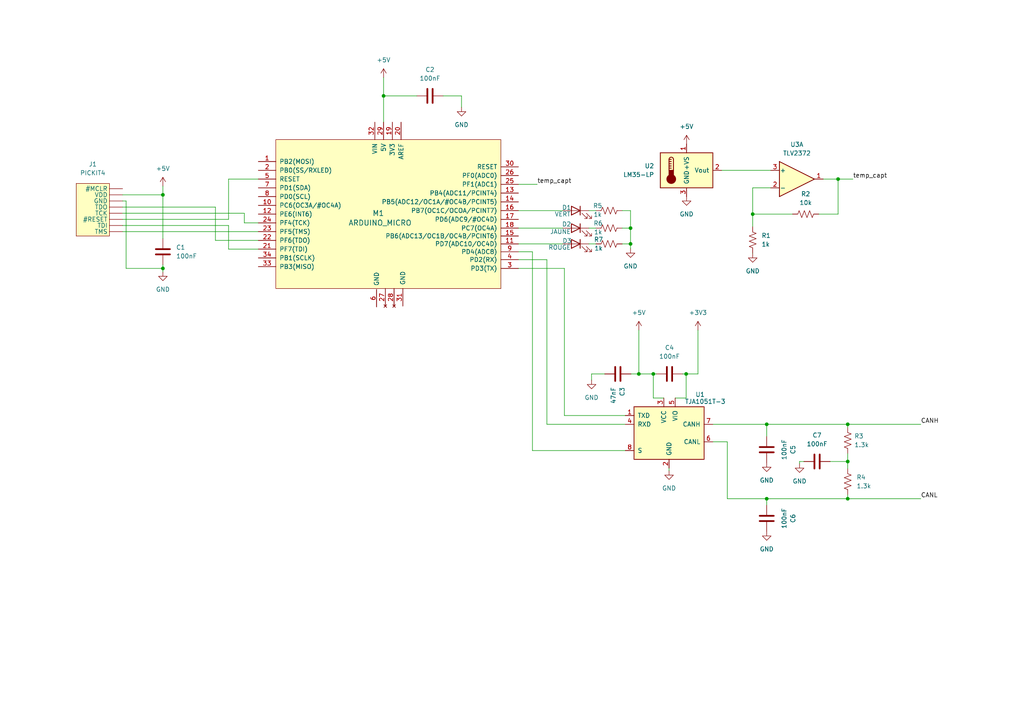
<source format=kicad_sch>
(kicad_sch (version 20211123) (generator eeschema)
  (paper "A4")
  (title_block (title "Capt_temp") (date "2022-02-21") (rev "V1") (company "Motrik") (comment 1 "Shema du capteur de temperature"))
  (lib_symbols
    (symbol "Amplifier_Operational:TLV2372" (pin_names (offset 0.127))
      (property "Reference" "U" (at 0 5.08 0))
      (property "Value" "TLV2372" (at 0 -5.08 0))
      (symbol "TLV2372_1_1"
        (polyline (pts (xy -5.08 5.08) (xy 5.08 0) (xy -5.08 -5.08) (xy -5.08 5.08)) (stroke (width 0.254)) (fill (type background)))
        (pin output line (at 7.62 0 180) (length 2.54) (name "~") (number "1"))
        (pin input line (at -7.62 -2.54 0) (length 2.54) (name "-") (number "2"))
        (pin input line (at -7.62 2.54 0) (length 2.54) (name "+") (number "3"))
      )
      (symbol "TLV2372_2_1"
        (polyline (pts (xy -5.08 5.08) (xy 5.08 0) (xy -5.08 -5.08) (xy -5.08 5.08)) (stroke (width 0.254)) (fill (type background)))
        (pin input line (at -7.62 2.54 0) (length 2.54) (name "+") (number "5"))
        (pin input line (at -7.62 -2.54 0) (length 2.54) (name "-") (number "6"))
        (pin output line (at 7.62 0 180) (length 2.54) (name "~") (number "7"))
      )
      (symbol "TLV2372_3_1"
        (pin power_in line (at -2.54 -7.62 90) (length 3.81) (name "V-") (number "4"))
        (pin power_in line (at -2.54 7.62 270) (length 3.81) (name "V+") (number "8"))
      )
    )
    (symbol "Device:C" (pin_numbers hide) (pin_names (offset 0.254))
      (property "Reference" "C" (at 0.635 2.54 0))
      (property "Value" "C" (at 0.635 -2.54 0))
      (symbol "C_0_1"
        (polyline (pts (xy -2.032 -0.762) (xy 2.032 -0.762)) (stroke (width 0.508)))
        (polyline (pts (xy -2.032 0.762) (xy 2.032 0.762)) (stroke (width 0.508)))
      )
      (symbol "C_1_1"
        (pin passive line (at 0 3.81 270) (length 2.794) (name "~") (number "1"))
        (pin passive line (at 0 -3.81 90) (length 2.794) (name "~") (number "2"))
      )
    )
    (symbol "Device:LED" (pin_numbers hide) (pin_names (offset 1.016) hide)
      (property "Reference" "D" (at 0 2.54 0))
      (property "Value" "LED" (at 0 -2.54 0))
      (symbol "LED_0_1"
        (polyline (pts (xy -1.27 -1.27) (xy -1.27 1.27)) (stroke (width 0.254)))
        (polyline (pts (xy -1.27 0) (xy 1.27 0)))
        (polyline (pts (xy 1.27 -1.27) (xy 1.27 1.27) (xy -1.27 0) (xy 1.27 -1.27)) (stroke (width 0.254)))
        (polyline (pts (xy -3.048 -0.762) (xy -4.572 -2.286) (xy -3.81 -2.286) (xy -4.572 -2.286) (xy -4.572 -1.524)))
        (polyline (pts (xy -1.778 -0.762) (xy -3.302 -2.286) (xy -2.54 -2.286) (xy -3.302 -2.286) (xy -3.302 -1.524)))
      )
      (symbol "LED_1_1"
        (pin passive line (at -3.81 0 0) (length 2.54) (name "K") (number "1"))
        (pin passive line (at 3.81 0 180) (length 2.54) (name "A") (number "2"))
      )
    )
    (symbol "Device:R_US" (pin_numbers hide) (pin_names (offset 0))
      (property "Reference" "R" (at 2.54 0 90))
      (property "Value" "R_US" (at -2.54 0 90))
      (symbol "R_US_0_1"
        (polyline (pts (xy 0 -2.286) (xy 0 -2.54)))
        (polyline (pts (xy 0 2.286) (xy 0 2.54)))
        (polyline (pts (xy 0 -0.762) (xy 1.016 -1.143) (xy 0 -1.524) (xy -1.016 -1.905) (xy 0 -2.286)))
        (polyline (pts (xy 0 0.762) (xy 1.016 0.381) (xy 0 0) (xy -1.016 -0.381) (xy 0 -0.762)))
        (polyline (pts (xy 0 2.286) (xy 1.016 1.905) (xy 0 1.524) (xy -1.016 1.143) (xy 0 0.762)))
      )
      (symbol "R_US_1_1"
        (pin passive line (at 0 3.81 270) (length 1.27) (name "~") (number "1"))
        (pin passive line (at 0 -3.81 90) (length 1.27) (name "~") (number "2"))
      )
    )
    (symbol "Interface_CAN_LIN:TJA1051T-3" (pin_names (offset 1.016))
      (property "Reference" "U1" (at 7.62 11.176 0))
      (property "Value" "TJA1051T-3" (at 4.572 9.144 0))
      (symbol "TJA1051T-3_0_1"
        (rectangle (start -10.16 7.62) (end 10.16 -7.62) (stroke (width 0.254)) (fill (type background)))
      )
      (symbol "TJA1051T-3_1_1"
        (pin input line (at -12.7 5.08 0) (length 2.54) (name "TXD") (number "1"))
        (pin power_in line (at 0 -10.16 90) (length 2.54) (name "GND") (number "2"))
        (pin power_in line (at -1.524 10.16 270) (length 2.54) (name "VCC") (number "3"))
        (pin output line (at -12.7 2.54 0) (length 2.54) (name "RXD") (number "4"))
        (pin power_in line (at 1.778 10.16 270) (length 2.54) (name "VIO") (number "5"))
        (pin bidirectional line (at 12.7 -2.54 180) (length 2.54) (name "CANL") (number "6"))
        (pin bidirectional line (at 12.7 2.54 180) (length 2.54) (name "CANH") (number "7"))
        (pin input line (at -12.7 -5.08 0) (length 2.54) (name "S") (number "8"))
      )
    )
    (symbol "Sensor_Temperature:LM35-LP" (pin_names (offset 1.016))
      (property "Reference" "U" (at -6.35 6.35 0))
      (property "Value" "LM35-LP" (at 1.27 6.35 0))
      (symbol "LM35-LP_0_1"
        (rectangle (start -7.62 5.08) (end 7.62 -5.08) (stroke (width 0.254)) (fill (type background)))
        (circle (center -4.445 -2.54) (radius 1.27) (stroke (width 0.254)) (fill (type outline)))
        (rectangle (start -3.81 -1.905) (end -5.08 0) (stroke (width 0.254)) (fill (type outline)))
        (arc (start -3.81 3.175) (mid -4.445 3.81) (end -5.08 3.175) (stroke (width 0.254)))
        (polyline (pts (xy -5.08 0.635) (xy -4.445 0.635)) (stroke (width 0.254)))
        (polyline (pts (xy -5.08 1.27) (xy -4.445 1.27)) (stroke (width 0.254)))
        (polyline (pts (xy -5.08 1.905) (xy -4.445 1.905)) (stroke (width 0.254)))
        (polyline (pts (xy -5.08 2.54) (xy -4.445 2.54)) (stroke (width 0.254)))
        (polyline (pts (xy -5.08 3.175) (xy -5.08 0)) (stroke (width 0.254)))
        (polyline (pts (xy -5.08 3.175) (xy -4.445 3.175)) (stroke (width 0.254)))
        (polyline (pts (xy -3.81 3.175) (xy -3.81 0)) (stroke (width 0.254)))
      )
      (symbol "LM35-LP_1_1"
        (pin power_in line (at 0 7.62 270) (length 2.54) (name "+VS") (number "1"))
        (pin output line (at 10.16 0 180) (length 2.54) (name "Vout") (number "2"))
        (pin power_in line (at 0 -7.62 90) (length 2.54) (name "GND") (number "3"))
      )
    )
    (symbol "arduino_micro:ARDUINO_MICRO" (pin_names (offset 1.016))
      (property "Reference" "M?" (at 22.098 19.304 0))
      (property "Value" "ARDUINO_MICRO" (at 22.606 16.51 0))
      (symbol "ARDUINO_MICRO_0_1"
        (rectangle (start -7.62 40.64) (end 57.658 -2.54) (fill (type background)))
      )
      (symbol "ARDUINO_MICRO_1_1"
        (pin bidirectional line (at -12.7 34.29 0) (length 5.08) (name "PB2(MOSI)") (number "1"))
        (pin bidirectional line (at -12.7 21.59 0) (length 5.08) (name "PC6(OC3A/#OC4A)") (number "10"))
        (pin bidirectional line (at 62.738 10.414 180) (length 5.08) (name "PD7(ADC10/OC4D)") (number "11"))
        (pin bidirectional line (at -12.7 19.05 0) (length 5.08) (name "PE6(INT6)") (number "12"))
        (pin bidirectional line (at 62.738 25.146 180) (length 5.08) (name "PB4(ADC11/PCINT4)") (number "13"))
        (pin bidirectional line (at 62.738 22.606 180) (length 5.08) (name "PB5(ADC12/OC1A/#OC4B/PCINT5)") (number "14"))
        (pin bidirectional line (at 62.738 12.7 180) (length 5.08) (name "PB6(ADC13/OC1B/OC4B/PCINT6)") (number "15"))
        (pin bidirectional line (at 62.738 20.066 180) (length 5.08) (name "PB7(OC1C/OCOA/PCINT7)") (number "16"))
        (pin bidirectional line (at 62.738 17.526 180) (length 5.08) (name "PD6(ADC9/#OC4D)") (number "17"))
        (pin bidirectional line (at 62.738 14.986 180) (length 5.08) (name "PC7(OC4A)") (number "18"))
        (pin power_in line (at 26.162 45.72 270) (length 5.08) (name "3V3") (number "19"))
        (pin bidirectional line (at -12.7 31.75 0) (length 5.08) (name "PB0(SS/RXLED)") (number "2"))
        (pin power_in line (at 28.702 45.72 270) (length 5.08) (name "AREF") (number "20"))
        (pin bidirectional line (at -12.7 8.89 0) (length 5.08) (name "PF7(TDI)") (number "21"))
        (pin bidirectional line (at -12.7 11.43 0) (length 5.08) (name "PF6(TDO)") (number "22"))
        (pin bidirectional line (at -12.7 13.97 0) (length 5.08) (name "PF5(TMS)") (number "23"))
        (pin bidirectional line (at -12.7 16.51 0) (length 5.08) (name "PF4(TCK)") (number "24"))
        (pin bidirectional line (at 62.738 27.686 180) (length 5.08) (name "PF1(ADC1)") (number "25"))
        (pin bidirectional line (at 62.738 30.226 180) (length 5.08) (name "PF0(ADC0)") (number "26"))
        (pin no_connect line (at 24.13 -7.62 90) (length 5.08) (name "~") (number "27"))
        (pin no_connect line (at 26.67 -7.62 90) (length 5.08) (name "~") (number "28"))
        (pin power_in line (at 23.622 45.72 270) (length 5.08) (name "5V") (number "29"))
        (pin bidirectional line (at 62.738 3.302 180) (length 5.08) (name "PD3(TX)") (number "3"))
        (pin bidirectional line (at 62.738 32.766 180) (length 5.08) (name "RESET") (number "30"))
        (pin power_in line (at 29.21 -7.62 90) (length 5.08) (name "GND") (number "31"))
        (pin power_in line (at 21.082 45.72 270) (length 5.08) (name "VIN") (number "32"))
        (pin bidirectional line (at -12.7 3.81 0) (length 5.08) (name "PB3(MISO)") (number "33"))
        (pin bidirectional line (at -12.7 6.35 0) (length 5.08) (name "PB1(SCLK)") (number "34"))
        (pin bidirectional line (at 62.738 5.842 180) (length 5.08) (name "PD2(RX)") (number "4"))
        (pin bidirectional line (at -12.7 29.21 0) (length 5.08) (name "RESET") (number "5"))
        (pin power_in line (at 21.59 -7.874 90) (length 5.08) (name "GND") (number "6"))
        (pin bidirectional line (at -12.7 26.67 0) (length 5.08) (name "PD1(SDA)") (number "7"))
        (pin bidirectional line (at -12.7 24.13 0) (length 5.08) (name "PD0(SCL)") (number "8"))
        (pin bidirectional line (at 62.738 8.128 180) (length 5.08) (name "PD4(ADC8)") (number "9"))
      )
    )
    (symbol "motrik-symbole:+3V" (power) (pin_names (offset 0))
      (property "Value" "+3V" (at 0 5.08 0))
      (symbol "+3V_0_1"
        (polyline (pts (xy -0.762 1.27) (xy 0 2.54)))
        (polyline (pts (xy 0 0) (xy 0 2.54)))
        (polyline (pts (xy 0 2.54) (xy 0.762 1.27)))
      )
      (symbol "+3V_1_1"
        (pin power_in line (at 0 0 90) (length 0) hide (name "+3V3") (number "1"))
      )
    )
    (symbol "motrik-symbole:PICKIT4"
      (property "Reference" "J?" (at 0 11.43 0))
      (property "Value" "PICKIT4" (at 0 8.89 0))
      (symbol "PICKIT4_0_1"
        (rectangle (start -4.826 5.842) (end 4.826 -9.398) (fill (type background)))
      )
      (symbol "PICKIT4_1_1"
        (pin bidirectional line (at 8.636 4.318 180) (length 3.81) (name "#MCLR") (number ""))
        (pin bidirectional line (at 8.636 -4.572 180) (length 3.81) (name "#RESET") (number ""))
        (pin bidirectional line (at 8.636 0.762 180) (length 3.81) (name "GND") (number ""))
        (pin bidirectional line (at 8.636 -2.794 180) (length 3.81) (name "TCK") (number ""))
        (pin bidirectional line (at 8.636 -6.35 180) (length 3.81) (name "TDI") (number ""))
        (pin bidirectional line (at 8.636 -1.016 180) (length 3.81) (name "TDO") (number ""))
        (pin bidirectional line (at 8.636 -8.128 180) (length 3.81) (name "TMS") (number ""))
        (pin bidirectional line (at 8.636 2.54 180) (length 3.81) (name "VDD") (number ""))
      )
    )
    (symbol "power:+5V" (power) (pin_names (offset 0))
      (property "Value" "+5V" (at 0 3.556 0))
      (symbol "+5V_0_1"
        (polyline (pts (xy -0.762 1.27) (xy 0 2.54)))
        (polyline (pts (xy 0 0) (xy 0 2.54)))
        (polyline (pts (xy 0 2.54) (xy 0.762 1.27)))
      )
      (symbol "+5V_1_1"
        (pin power_in line (at 0 0 90) (length 0) hide (name "+5V") (number "1"))
      )
    )
    (symbol "power:GND" (power) (pin_names (offset 0))
      (property "Value" "GND" (at 0 -3.81 0))
      (symbol "GND_0_1"
        (polyline (pts (xy 0 0) (xy 0 -1.27) (xy 1.27 -1.27) (xy 0 -2.54) (xy -1.27 -1.27) (xy 0 -1.27)))
      )
      (symbol "GND_1_1"
        (pin power_in line (at 0 0 270) (length 0) hide (name "GND") (number "1"))
      )
    )
  )
  (junction (at 111.252 27.813))
  (junction (at 199.009 108.458))
  (junction (at 245.872 123.063))
  (junction (at 218.313 62.103))
  (junction (at 243.078 51.943))
  (junction (at 245.872 133.858))
  (junction (at 182.88 66.167))
  (junction (at 47.244 77.851))
  (junction (at 47.244 56.515))
  (junction (at 182.88 70.739))
  (junction (at 222.377 123.063))
  (junction (at 189.484 108.458))
  (junction (at 222.377 144.653))
  (junction (at 245.872 144.653))
  (junction (at 185.293 108.458))
  (wire (pts (xy 35.56 58.293) (xy 36.576 58.293)))
  (wire (pts (xy 66.294 65.405) (xy 35.56 65.405)))
  (wire (pts (xy 181.356 120.523) (xy 163.703 120.523)))
  (wire (pts (xy 133.858 27.813) (xy 128.524 27.813)))
  (wire (pts (xy 245.872 123.952) (xy 245.872 123.063)))
  (wire (pts (xy 35.56 56.515) (xy 47.244 56.515)))
  (wire (pts (xy 206.756 128.143) (xy 210.947 128.143)))
  (wire (pts (xy 111.252 22.479) (xy 111.252 27.813)))
  (wire (pts (xy 74.93 51.943) (xy 66.294 51.943)))
  (wire (pts (xy 35.56 67.183) (xy 74.93 67.183)))
  (wire (pts (xy 150.368 61.087) (xy 163.195 61.087)))
  (wire (pts (xy 218.313 73.406) (xy 218.313 73.533)))
  (wire (pts (xy 133.858 31.115) (xy 133.858 27.813)))
  (wire (pts (xy 35.56 60.071) (xy 62.484 60.071)))
  (wire (pts (xy 199.009 115.443) (xy 199.009 108.458)))
  (wire (pts (xy 245.872 144.653) (xy 267.081 144.653)))
  (wire (pts (xy 243.078 62.103) (xy 243.078 51.943)))
  (wire (pts (xy 111.252 27.813) (xy 120.904 27.813)))
  (wire (pts (xy 233.172 133.858) (xy 231.902 133.858)))
  (wire (pts (xy 210.947 128.143) (xy 210.947 144.653)))
  (wire (pts (xy 231.902 133.858) (xy 231.902 134.493)))
  (wire (pts (xy 181.356 130.683) (xy 154.432 130.683)))
  (wire (pts (xy 163.703 120.523) (xy 163.703 77.851)))
  (wire (pts (xy 170.815 66.167) (xy 172.847 66.167)))
  (wire (pts (xy 199.009 108.458) (xy 197.993 108.458)))
  (wire (pts (xy 209.296 49.403) (xy 223.52 49.403)))
  (wire (pts (xy 47.244 77.851) (xy 47.244 78.867)))
  (wire (pts (xy 158.623 123.063) (xy 158.623 75.311)))
  (wire (pts (xy 70.866 64.643) (xy 74.93 64.643)))
  (wire (pts (xy 175.387 108.458) (xy 171.577 108.458)))
  (wire (pts (xy 194.056 135.763) (xy 194.056 136.525)))
  (wire (pts (xy 180.467 61.087) (xy 182.88 61.087)))
  (wire (pts (xy 70.866 61.849) (xy 70.866 64.643)))
  (wire (pts (xy 111.252 27.813) (xy 111.252 35.433)))
  (wire (pts (xy 47.244 76.835) (xy 47.244 77.851)))
  (wire (pts (xy 150.368 70.739) (xy 163.195 70.739)))
  (wire (pts (xy 218.313 62.103) (xy 229.87 62.103)))
  (wire (pts (xy 47.244 56.515) (xy 47.244 69.215)))
  (wire (pts (xy 170.815 61.087) (xy 172.847 61.087)))
  (wire (pts (xy 183.007 108.458) (xy 185.293 108.458)))
  (wire (pts (xy 47.244 53.975) (xy 47.244 56.515)))
  (wire (pts (xy 62.484 60.071) (xy 62.484 69.723)))
  (wire (pts (xy 245.872 133.858) (xy 245.872 135.89)))
  (wire (pts (xy 182.88 70.739) (xy 180.467 70.739)))
  (wire (pts (xy 245.872 143.51) (xy 245.872 144.653)))
  (wire (pts (xy 150.368 66.167) (xy 163.195 66.167)))
  (wire (pts (xy 210.947 144.653) (xy 222.377 144.653)))
  (wire (pts (xy 66.294 51.943) (xy 66.294 63.627)))
  (wire (pts (xy 158.623 75.311) (xy 150.368 75.311)))
  (wire (pts (xy 245.872 131.572) (xy 245.872 133.858)))
  (wire (pts (xy 35.56 61.849) (xy 70.866 61.849)))
  (wire (pts (xy 222.377 144.653) (xy 222.377 146.558)))
  (wire (pts (xy 154.432 130.683) (xy 154.432 73.025)))
  (wire (pts (xy 222.377 126.619) (xy 222.377 123.063)))
  (wire (pts (xy 171.577 108.458) (xy 171.577 110.236)))
  (wire (pts (xy 218.313 54.483) (xy 218.313 62.103)))
  (wire (pts (xy 154.432 73.025) (xy 150.368 73.025)))
  (wire (pts (xy 206.756 123.063) (xy 222.377 123.063)))
  (wire (pts (xy 185.293 95.758) (xy 185.293 108.458)))
  (wire (pts (xy 181.356 123.063) (xy 158.623 123.063)))
  (wire (pts (xy 62.484 69.723) (xy 74.93 69.723)))
  (wire (pts (xy 245.872 123.063) (xy 267.081 123.063)))
  (wire (pts (xy 163.703 77.851) (xy 150.368 77.851)))
  (wire (pts (xy 218.313 62.103) (xy 218.313 65.786)))
  (wire (pts (xy 189.484 108.458) (xy 190.373 108.458)))
  (wire (pts (xy 185.293 108.458) (xy 189.484 108.458)))
  (wire (pts (xy 36.576 58.293) (xy 36.576 77.851)))
  (wire (pts (xy 245.872 144.653) (xy 222.377 144.653)))
  (wire (pts (xy 245.872 123.063) (xy 222.377 123.063)))
  (wire (pts (xy 195.834 115.443) (xy 199.009 115.443)))
  (wire (pts (xy 170.815 70.739) (xy 172.847 70.739)))
  (wire (pts (xy 243.078 51.943) (xy 247.396 51.943)))
  (wire (pts (xy 240.792 133.858) (xy 245.872 133.858)))
  (wire (pts (xy 182.88 61.087) (xy 182.88 66.167)))
  (wire (pts (xy 36.576 77.851) (xy 47.244 77.851)))
  (wire (pts (xy 202.438 108.458) (xy 199.009 108.458)))
  (wire (pts (xy 237.49 62.103) (xy 243.078 62.103)))
  (wire (pts (xy 66.294 65.405) (xy 66.294 72.263)))
  (wire (pts (xy 155.829 53.467) (xy 150.368 53.467)))
  (wire (pts (xy 66.294 63.627) (xy 35.56 63.627)))
  (wire (pts (xy 182.88 66.167) (xy 182.88 70.739)))
  (wire (pts (xy 238.76 51.943) (xy 243.078 51.943)))
  (wire (pts (xy 223.52 54.483) (xy 218.313 54.483)))
  (wire (pts (xy 180.467 66.167) (xy 182.88 66.167)))
  (wire (pts (xy 202.438 95.758) (xy 202.438 108.458)))
  (wire (pts (xy 66.294 72.263) (xy 74.93 72.263)))
  (wire (pts (xy 192.532 115.443) (xy 189.484 115.443)))
  (wire (pts (xy 189.484 115.443) (xy 189.484 108.458)))
  (wire (pts (xy 182.88 72.136) (xy 182.88 70.739)))
  (label "CANH" (at 267.081 123.063 0))
  (label "temp_capt" (at 247.396 51.943 0))
  (label "temp_capt" (at 155.829 53.467 0))
  (label "CANL" (at 267.081 144.653 0))
  (symbol (lib_id "power:+5V") (at 111.252 22.479 0) (unit 1)
    (property "Reference" "#PWR03" (effects hide))
    (property "Value" "+5V" (at 111.252 17.399 0))
  )
  (symbol (lib_id "Device:C") (at 194.183 108.458 270) (mirror x) (unit 1)
    (property "Reference" "C4" (at 194.183 100.838 90))
    (property "Value" "100nF" (at 194.183 103.378 90))
  )
  (symbol (lib_id "power:GND") (at 194.056 136.525 0) (unit 1)
    (property "Reference" "#PWR07" (effects hide))
    (property "Value" "GND" (at 194.056 141.605 0))
  )
  (symbol (lib_id "Device:LED") (at 167.005 66.167 0) (mirror y) (unit 1)
    (property "Reference" "D2" (at 164.338 65.024 0))
    (property "Value" "JAUNE" (at 162.56 67.183 0))
  )
  (symbol (lib_id "power:GND") (at 47.244 78.867 0) (unit 1)
    (property "Reference" "#PWR02" (effects hide))
    (property "Value" "GND" (at 47.244 83.947 0))
  )
  (symbol (lib_id "Device:R_US") (at 245.872 139.7 0) (unit 1)
    (property "Reference" "R4" (at 248.412 138.4299 0) (effects (justify left)))
    (property "Value" "1.3k" (at 248.412 140.9699 0) (effects (justify left)))
  )
  (symbol (lib_id "Device:C") (at 179.197 108.458 270) (unit 1)
    (property "Reference" "C3" (at 180.4671 112.268 0) (effects (justify left)))
    (property "Value" "47nF" (at 177.9271 112.268 0) (effects (justify left)))
  )
  (symbol (lib_id "Device:R_US") (at 176.657 70.739 270) (unit 1)
    (property "Reference" "R7" (at 173.609 69.469 90))
    (property "Value" "1k" (at 173.609 72.009 90))
  )
  (symbol (lib_id "power:GND") (at 171.577 110.236 0) (unit 1)
    (property "Reference" "#PWR05" (effects hide))
    (property "Value" "GND" (at 171.577 115.316 0))
  )
  (symbol (lib_id "Device:C") (at 222.377 150.368 0) (mirror x) (unit 1)
    (property "Reference" "C6" (at 229.997 150.368 90))
    (property "Value" "100nF" (at 227.457 150.368 90))
  )
  (symbol (lib_id "power:GND") (at 182.88 72.136 0) (unit 1)
    (property "Reference" "#PWR015" (effects hide))
    (property "Value" "GND" (at 182.88 77.216 0))
  )
  (symbol (lib_id "Device:LED") (at 167.005 70.739 0) (mirror y) (unit 1)
    (property "Reference" "D3" (at 164.465 69.85 0))
    (property "Value" "ROUGE" (at 162.306 71.755 0))
  )
  (symbol (lib_id "Device:LED") (at 167.005 61.087 0) (mirror y) (unit 1)
    (property "Reference" "D1" (at 164.338 60.198 0))
    (property "Value" "VERT" (at 163.195 62.103 0))
  )
  (symbol (lib_id "power:+5V") (at 185.293 95.758 0) (unit 1)
    (property "Reference" "#PWR06" (effects hide))
    (property "Value" "+5V" (at 185.293 90.678 0))
  )
  (symbol (lib_id "power:+5V") (at 47.244 53.975 0) (unit 1)
    (property "Reference" "#PWR01" (effects hide))
    (property "Value" "+5V" (at 47.244 48.895 0))
  )
  (symbol (lib_id "Device:R_US") (at 233.68 62.103 270) (unit 1)
    (property "Reference" "R2" (at 233.68 56.261 90))
    (property "Value" "10k" (at 233.68 58.801 90))
  )
  (symbol (lib_id "power:GND") (at 222.377 154.178 0) (unit 1)
    (property "Reference" "#PWR013" (effects hide))
    (property "Value" "GND" (at 222.377 159.258 0))
  )
  (symbol (lib_id "motrik-symbole:PICKIT4") (at 26.924 59.055 0) (unit 1)
    (property "Reference" "J1" (at 26.924 47.625 0))
    (property "Value" "PICKIT4" (at 26.924 50.165 0))
    (property "Footprint" "motrik_footprint:pickit" (effects hide))
  )
  (symbol (lib_id "motrik-symbole:+3V") (at 202.438 95.758 0) (unit 1)
    (property "Reference" "#PWR010" (effects hide))
    (property "Value" "+3V" (at 202.438 90.678 0))
  )
  (symbol (lib_id "power:GND") (at 199.136 57.023 0) (unit 1)
    (property "Reference" "#PWR09" (effects hide))
    (property "Value" "GND" (at 199.136 62.103 0))
  )
  (symbol (lib_id "Device:R_US") (at 218.313 69.596 0) (unit 1)
    (property "Reference" "R1" (at 220.853 68.3259 0) (effects (justify left)))
    (property "Value" "1k" (at 220.853 70.8659 0) (effects (justify left)))
  )
  (symbol (lib_id "Amplifier_Operational:TLV2372") (at 231.14 51.943 0) (unit 1)
    (property "Reference" "U3" (at 231.14 41.91 0))
    (property "Value" "TLV2372" (at 231.14 44.45 0))
    (property "Datasheet" "http://www.ti.com/lit/ds/symlink/tlv2375.pdf" (effects hide))
  )
  (symbol (lib_id "Device:R_US") (at 176.657 61.087 270) (unit 1)
    (property "Reference" "R5" (at 173.355 59.69 90))
    (property "Value" "1k" (at 173.355 62.23 90))
  )
  (symbol (lib_id "power:GND") (at 218.313 73.533 0) (unit 1)
    (property "Reference" "#PWR011" (effects hide))
    (property "Value" "GND" (at 218.313 78.613 0))
  )
  (symbol (lib_id "power:GND") (at 222.377 134.239 0) (unit 1)
    (property "Reference" "#PWR012" (effects hide))
    (property "Value" "GND" (at 222.377 139.319 0))
  )
  (symbol (lib_id "power:+5V") (at 199.136 41.783 0) (unit 1)
    (property "Reference" "#PWR08" (effects hide))
    (property "Value" "+5V" (at 199.136 36.703 0))
  )
  (symbol (lib_id "Sensor_Temperature:LM35-LP") (at 199.136 49.403 0) (unit 1)
    (property "Reference" "U2" (at 189.738 48.1329 0) (effects (justify right)))
    (property "Value" "LM35-LP" (at 189.738 50.6729 0) (effects (justify right)))
    (property "Datasheet" "http://www.ti.com/lit/ds/symlink/lm35.pdf" (effects hide))
  )
  (symbol (lib_id "Device:C") (at 222.377 130.429 0) (mirror x) (unit 1)
    (property "Reference" "C5" (at 229.997 130.429 90))
    (property "Value" "100nF" (at 227.457 130.429 90))
  )
  (symbol (lib_id "Device:C") (at 47.244 73.025 0) (unit 1)
    (property "Reference" "C1" (at 51.054 71.7549 0) (effects (justify left)))
    (property "Value" "100nF" (at 51.054 74.2949 0) (effects (justify left)))
  )
  (symbol (lib_id "arduino_micro:ARDUINO_MICRO") (at 87.63 81.153 0) (unit 1)
    (property "Reference" "M1" (at 109.728 61.849 0) (effects (font (size 1.524 1.524))))
    (property "Value" "ARDUINO_MICRO" (at 110.236 64.643 0) (effects (font (size 1.524 1.524))))
    (property "Footprint" "arduino_micro:Arduino_Micro" (effects hide))
  )
  (symbol (lib_id "Device:C") (at 124.714 27.813 90) (unit 1)
    (property "Reference" "C2" (at 124.714 20.193 90))
    (property "Value" "100nF" (at 124.714 22.733 90))
  )
  (symbol (lib_id "Device:R_US") (at 176.657 66.167 270) (unit 1)
    (property "Reference" "R6" (at 173.482 64.77 90))
    (property "Value" "1k" (at 173.482 67.31 90))
  )
  (symbol (lib_id "Device:R_US") (at 245.872 127.762 0) (unit 1)
    (property "Reference" "R3" (at 247.777 126.4919 0) (effects (justify left)))
    (property "Value" "1.3k" (at 247.777 129.0319 0) (effects (justify left)))
  )
  (symbol (lib_id "power:GND") (at 133.858 31.115 0) (unit 1)
    (property "Reference" "#PWR04" (effects hide))
    (property "Value" "GND" (at 133.858 36.195 0))
  )
  (symbol (lib_id "power:GND") (at 231.902 134.493 0) (unit 1)
    (property "Reference" "#PWR014" (effects hide))
    (property "Value" "GND" (at 231.902 139.573 0))
  )
  (symbol (lib_id "Device:C") (at 236.982 133.858 270) (mirror x) (unit 1)
    (property "Reference" "C7" (at 236.982 126.238 90))
    (property "Value" "100nF" (at 236.982 128.778 90))
  )
  (symbol (lib_id "Interface_CAN_LIN:TJA1051T-3") (at 194.056 125.603 0) (unit 1)
    (property "Reference" "U1" (at 201.676 114.427 0) (effects (justify left)))
    (property "Value" "TJA1051T-3" (at 198.628 116.459 0) (effects (justify left)))
    (property "Footprint" "Package_SO:SOIC-8_3.9x4.9mm_P1.27mm" (effects hide))
    (property "Datasheet" "http://www.nxp.com/documents/data_sheet/TJA1051.pdf" (effects hide))
  )
)
</source>
